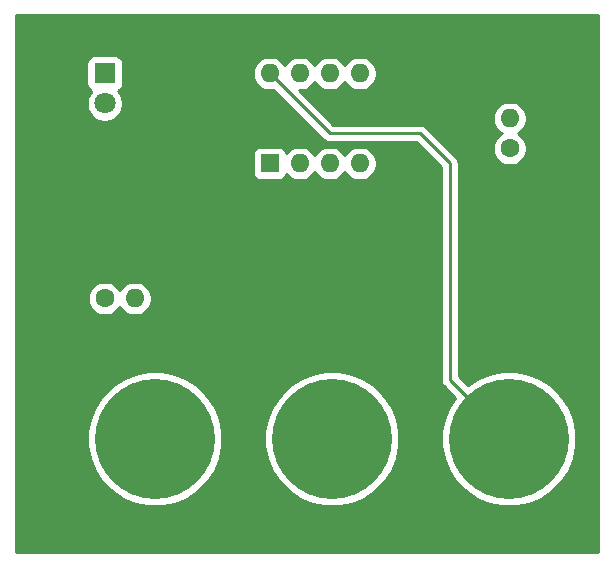
<source format=gbr>
%TF.GenerationSoftware,KiCad,Pcbnew,(5.1.10-1-10_14)*%
%TF.CreationDate,2022-02-21T01:09:15+09:00*%
%TF.ProjectId,SS60,53533630-2e6b-4696-9361-645f70636258,rev?*%
%TF.SameCoordinates,Original*%
%TF.FileFunction,Copper,L2,Bot*%
%TF.FilePolarity,Positive*%
%FSLAX46Y46*%
G04 Gerber Fmt 4.6, Leading zero omitted, Abs format (unit mm)*
G04 Created by KiCad (PCBNEW (5.1.10-1-10_14)) date 2022-02-21 01:09:15*
%MOMM*%
%LPD*%
G01*
G04 APERTURE LIST*
%TA.AperFunction,ComponentPad*%
%ADD10R,1.800000X1.800000*%
%TD*%
%TA.AperFunction,ComponentPad*%
%ADD11C,1.800000*%
%TD*%
%TA.AperFunction,ComponentPad*%
%ADD12C,10.160000*%
%TD*%
%TA.AperFunction,ComponentPad*%
%ADD13C,1.600000*%
%TD*%
%TA.AperFunction,ComponentPad*%
%ADD14O,1.600000X1.600000*%
%TD*%
%TA.AperFunction,ComponentPad*%
%ADD15R,1.600000X1.600000*%
%TD*%
%TA.AperFunction,Conductor*%
%ADD16C,0.250000*%
%TD*%
%TA.AperFunction,NonConductor*%
%ADD17C,0.254000*%
%TD*%
%TA.AperFunction,NonConductor*%
%ADD18C,0.100000*%
%TD*%
G04 APERTURE END LIST*
D10*
%TO.P,D1,1*%
%TO.N,/uCtoLED*%
X115570000Y-69850000D03*
D11*
%TO.P,D1,2*%
%TO.N,/LEDtoR*%
X115570000Y-72390000D03*
%TD*%
D12*
%TO.P,J1,1*%
%TO.N,VCC*%
X119825001Y-100775001D03*
%TO.P,J1,3*%
%TO.N,GND*%
X149795001Y-100775001D03*
%TO.P,J1,2*%
%TO.N,Net-(J1-Pad2)*%
X134815001Y-100775001D03*
%TD*%
D13*
%TO.P,R1,1*%
%TO.N,/LEDtoR*%
X115570000Y-88900000D03*
D14*
%TO.P,R1,2*%
%TO.N,VCC*%
X118110000Y-88900000D03*
%TD*%
%TO.P,R2,2*%
%TO.N,/INPUT*%
X149860000Y-73660000D03*
D13*
%TO.P,R2,1*%
%TO.N,Net-(J1-Pad2)*%
X149860000Y-76200000D03*
%TD*%
D15*
%TO.P,U1,1*%
%TO.N,VCC*%
X129540000Y-77470000D03*
D14*
%TO.P,U1,5*%
%TO.N,Net-(U1-Pad5)*%
X137160000Y-69850000D03*
%TO.P,U1,2*%
%TO.N,Net-(U1-Pad2)*%
X132080000Y-77470000D03*
%TO.P,U1,6*%
%TO.N,/INPUT*%
X134620000Y-69850000D03*
%TO.P,U1,3*%
%TO.N,Net-(U1-Pad3)*%
X134620000Y-77470000D03*
%TO.P,U1,7*%
%TO.N,/uCtoLED*%
X132080000Y-69850000D03*
%TO.P,U1,4*%
%TO.N,Net-(U1-Pad4)*%
X137160000Y-77470000D03*
%TO.P,U1,8*%
%TO.N,GND*%
X129540000Y-69850000D03*
%TD*%
D16*
%TO.N,GND*%
X129540000Y-69850000D02*
X134620000Y-74930000D01*
X134620000Y-74930000D02*
X142240000Y-74930000D01*
X142240000Y-74930000D02*
X144780000Y-77470000D01*
X144780000Y-95760000D02*
X149795001Y-100775001D01*
X144780000Y-77470000D02*
X144780000Y-95760000D01*
%TD*%
D17*
X157353000Y-110363000D02*
X108077000Y-110363000D01*
X108077000Y-100212123D01*
X114110001Y-100212123D01*
X114110001Y-101337879D01*
X114329626Y-102442005D01*
X114760434Y-103482068D01*
X115385871Y-104418101D01*
X116181901Y-105214131D01*
X117117934Y-105839568D01*
X118157997Y-106270376D01*
X119262123Y-106490001D01*
X120387879Y-106490001D01*
X121492005Y-106270376D01*
X122532068Y-105839568D01*
X123468101Y-105214131D01*
X124264131Y-104418101D01*
X124889568Y-103482068D01*
X125320376Y-102442005D01*
X125540001Y-101337879D01*
X125540001Y-100212123D01*
X129100001Y-100212123D01*
X129100001Y-101337879D01*
X129319626Y-102442005D01*
X129750434Y-103482068D01*
X130375871Y-104418101D01*
X131171901Y-105214131D01*
X132107934Y-105839568D01*
X133147997Y-106270376D01*
X134252123Y-106490001D01*
X135377879Y-106490001D01*
X136482005Y-106270376D01*
X137522068Y-105839568D01*
X138458101Y-105214131D01*
X139254131Y-104418101D01*
X139879568Y-103482068D01*
X140310376Y-102442005D01*
X140530001Y-101337879D01*
X140530001Y-100212123D01*
X140310376Y-99107997D01*
X139879568Y-98067934D01*
X139254131Y-97131901D01*
X138458101Y-96335871D01*
X137522068Y-95710434D01*
X136482005Y-95279626D01*
X135377879Y-95060001D01*
X134252123Y-95060001D01*
X133147997Y-95279626D01*
X132107934Y-95710434D01*
X131171901Y-96335871D01*
X130375871Y-97131901D01*
X129750434Y-98067934D01*
X129319626Y-99107997D01*
X129100001Y-100212123D01*
X125540001Y-100212123D01*
X125320376Y-99107997D01*
X124889568Y-98067934D01*
X124264131Y-97131901D01*
X123468101Y-96335871D01*
X122532068Y-95710434D01*
X121492005Y-95279626D01*
X120387879Y-95060001D01*
X119262123Y-95060001D01*
X118157997Y-95279626D01*
X117117934Y-95710434D01*
X116181901Y-96335871D01*
X115385871Y-97131901D01*
X114760434Y-98067934D01*
X114329626Y-99107997D01*
X114110001Y-100212123D01*
X108077000Y-100212123D01*
X108077000Y-88758665D01*
X114135000Y-88758665D01*
X114135000Y-89041335D01*
X114190147Y-89318574D01*
X114298320Y-89579727D01*
X114455363Y-89814759D01*
X114655241Y-90014637D01*
X114890273Y-90171680D01*
X115151426Y-90279853D01*
X115428665Y-90335000D01*
X115711335Y-90335000D01*
X115988574Y-90279853D01*
X116249727Y-90171680D01*
X116484759Y-90014637D01*
X116684637Y-89814759D01*
X116840000Y-89582241D01*
X116995363Y-89814759D01*
X117195241Y-90014637D01*
X117430273Y-90171680D01*
X117691426Y-90279853D01*
X117968665Y-90335000D01*
X118251335Y-90335000D01*
X118528574Y-90279853D01*
X118789727Y-90171680D01*
X119024759Y-90014637D01*
X119224637Y-89814759D01*
X119381680Y-89579727D01*
X119489853Y-89318574D01*
X119545000Y-89041335D01*
X119545000Y-88758665D01*
X119489853Y-88481426D01*
X119381680Y-88220273D01*
X119224637Y-87985241D01*
X119024759Y-87785363D01*
X118789727Y-87628320D01*
X118528574Y-87520147D01*
X118251335Y-87465000D01*
X117968665Y-87465000D01*
X117691426Y-87520147D01*
X117430273Y-87628320D01*
X117195241Y-87785363D01*
X116995363Y-87985241D01*
X116840000Y-88217759D01*
X116684637Y-87985241D01*
X116484759Y-87785363D01*
X116249727Y-87628320D01*
X115988574Y-87520147D01*
X115711335Y-87465000D01*
X115428665Y-87465000D01*
X115151426Y-87520147D01*
X114890273Y-87628320D01*
X114655241Y-87785363D01*
X114455363Y-87985241D01*
X114298320Y-88220273D01*
X114190147Y-88481426D01*
X114135000Y-88758665D01*
X108077000Y-88758665D01*
X108077000Y-76670000D01*
X128101928Y-76670000D01*
X128101928Y-78270000D01*
X128114188Y-78394482D01*
X128150498Y-78514180D01*
X128209463Y-78624494D01*
X128288815Y-78721185D01*
X128385506Y-78800537D01*
X128495820Y-78859502D01*
X128615518Y-78895812D01*
X128740000Y-78908072D01*
X130340000Y-78908072D01*
X130464482Y-78895812D01*
X130584180Y-78859502D01*
X130694494Y-78800537D01*
X130791185Y-78721185D01*
X130870537Y-78624494D01*
X130929502Y-78514180D01*
X130965812Y-78394482D01*
X130966643Y-78386039D01*
X131165241Y-78584637D01*
X131400273Y-78741680D01*
X131661426Y-78849853D01*
X131938665Y-78905000D01*
X132221335Y-78905000D01*
X132498574Y-78849853D01*
X132759727Y-78741680D01*
X132994759Y-78584637D01*
X133194637Y-78384759D01*
X133350000Y-78152241D01*
X133505363Y-78384759D01*
X133705241Y-78584637D01*
X133940273Y-78741680D01*
X134201426Y-78849853D01*
X134478665Y-78905000D01*
X134761335Y-78905000D01*
X135038574Y-78849853D01*
X135299727Y-78741680D01*
X135534759Y-78584637D01*
X135734637Y-78384759D01*
X135890000Y-78152241D01*
X136045363Y-78384759D01*
X136245241Y-78584637D01*
X136480273Y-78741680D01*
X136741426Y-78849853D01*
X137018665Y-78905000D01*
X137301335Y-78905000D01*
X137578574Y-78849853D01*
X137839727Y-78741680D01*
X138074759Y-78584637D01*
X138274637Y-78384759D01*
X138431680Y-78149727D01*
X138539853Y-77888574D01*
X138595000Y-77611335D01*
X138595000Y-77328665D01*
X138539853Y-77051426D01*
X138431680Y-76790273D01*
X138274637Y-76555241D01*
X138074759Y-76355363D01*
X137839727Y-76198320D01*
X137578574Y-76090147D01*
X137301335Y-76035000D01*
X137018665Y-76035000D01*
X136741426Y-76090147D01*
X136480273Y-76198320D01*
X136245241Y-76355363D01*
X136045363Y-76555241D01*
X135890000Y-76787759D01*
X135734637Y-76555241D01*
X135534759Y-76355363D01*
X135299727Y-76198320D01*
X135038574Y-76090147D01*
X134761335Y-76035000D01*
X134478665Y-76035000D01*
X134201426Y-76090147D01*
X133940273Y-76198320D01*
X133705241Y-76355363D01*
X133505363Y-76555241D01*
X133350000Y-76787759D01*
X133194637Y-76555241D01*
X132994759Y-76355363D01*
X132759727Y-76198320D01*
X132498574Y-76090147D01*
X132221335Y-76035000D01*
X131938665Y-76035000D01*
X131661426Y-76090147D01*
X131400273Y-76198320D01*
X131165241Y-76355363D01*
X130966643Y-76553961D01*
X130965812Y-76545518D01*
X130929502Y-76425820D01*
X130870537Y-76315506D01*
X130791185Y-76218815D01*
X130694494Y-76139463D01*
X130584180Y-76080498D01*
X130464482Y-76044188D01*
X130340000Y-76031928D01*
X128740000Y-76031928D01*
X128615518Y-76044188D01*
X128495820Y-76080498D01*
X128385506Y-76139463D01*
X128288815Y-76218815D01*
X128209463Y-76315506D01*
X128150498Y-76425820D01*
X128114188Y-76545518D01*
X128101928Y-76670000D01*
X108077000Y-76670000D01*
X108077000Y-68950000D01*
X114031928Y-68950000D01*
X114031928Y-70750000D01*
X114044188Y-70874482D01*
X114080498Y-70994180D01*
X114139463Y-71104494D01*
X114218815Y-71201185D01*
X114315506Y-71280537D01*
X114425820Y-71339502D01*
X114444127Y-71345056D01*
X114377688Y-71411495D01*
X114209701Y-71662905D01*
X114093989Y-71942257D01*
X114035000Y-72238816D01*
X114035000Y-72541184D01*
X114093989Y-72837743D01*
X114209701Y-73117095D01*
X114377688Y-73368505D01*
X114591495Y-73582312D01*
X114842905Y-73750299D01*
X115122257Y-73866011D01*
X115418816Y-73925000D01*
X115721184Y-73925000D01*
X116017743Y-73866011D01*
X116297095Y-73750299D01*
X116548505Y-73582312D01*
X116762312Y-73368505D01*
X116930299Y-73117095D01*
X117046011Y-72837743D01*
X117105000Y-72541184D01*
X117105000Y-72238816D01*
X117046011Y-71942257D01*
X116930299Y-71662905D01*
X116762312Y-71411495D01*
X116695873Y-71345056D01*
X116714180Y-71339502D01*
X116824494Y-71280537D01*
X116921185Y-71201185D01*
X117000537Y-71104494D01*
X117059502Y-70994180D01*
X117095812Y-70874482D01*
X117108072Y-70750000D01*
X117108072Y-69708665D01*
X128105000Y-69708665D01*
X128105000Y-69991335D01*
X128160147Y-70268574D01*
X128268320Y-70529727D01*
X128425363Y-70764759D01*
X128625241Y-70964637D01*
X128860273Y-71121680D01*
X129121426Y-71229853D01*
X129398665Y-71285000D01*
X129681335Y-71285000D01*
X129863887Y-71248688D01*
X134056200Y-75441002D01*
X134079999Y-75470001D01*
X134108997Y-75493799D01*
X134195723Y-75564974D01*
X134327753Y-75635546D01*
X134471014Y-75679003D01*
X134582667Y-75690000D01*
X134582677Y-75690000D01*
X134620000Y-75693676D01*
X134657323Y-75690000D01*
X141925199Y-75690000D01*
X144020000Y-77784803D01*
X144020001Y-95722667D01*
X144016324Y-95760000D01*
X144030998Y-95908985D01*
X144074454Y-96052246D01*
X144145026Y-96184276D01*
X144216201Y-96271002D01*
X144240000Y-96300001D01*
X144268998Y-96323799D01*
X145244211Y-97299012D01*
X144730434Y-98067934D01*
X144299626Y-99107997D01*
X144080001Y-100212123D01*
X144080001Y-101337879D01*
X144299626Y-102442005D01*
X144730434Y-103482068D01*
X145355871Y-104418101D01*
X146151901Y-105214131D01*
X147087934Y-105839568D01*
X148127997Y-106270376D01*
X149232123Y-106490001D01*
X150357879Y-106490001D01*
X151462005Y-106270376D01*
X152502068Y-105839568D01*
X153438101Y-105214131D01*
X154234131Y-104418101D01*
X154859568Y-103482068D01*
X155290376Y-102442005D01*
X155510001Y-101337879D01*
X155510001Y-100212123D01*
X155290376Y-99107997D01*
X154859568Y-98067934D01*
X154234131Y-97131901D01*
X153438101Y-96335871D01*
X152502068Y-95710434D01*
X151462005Y-95279626D01*
X150357879Y-95060001D01*
X149232123Y-95060001D01*
X148127997Y-95279626D01*
X147087934Y-95710434D01*
X146319012Y-96224211D01*
X145540000Y-95445199D01*
X145540000Y-77507322D01*
X145543676Y-77469999D01*
X145540000Y-77432676D01*
X145540000Y-77432667D01*
X145529003Y-77321014D01*
X145485546Y-77177753D01*
X145414974Y-77045724D01*
X145401811Y-77029685D01*
X145343799Y-76958996D01*
X145343795Y-76958992D01*
X145320001Y-76929999D01*
X145291009Y-76906206D01*
X142803804Y-74419003D01*
X142780001Y-74389999D01*
X142664276Y-74295026D01*
X142532247Y-74224454D01*
X142388986Y-74180997D01*
X142277333Y-74170000D01*
X142277322Y-74170000D01*
X142240000Y-74166324D01*
X142202678Y-74170000D01*
X134934802Y-74170000D01*
X134283467Y-73518665D01*
X148425000Y-73518665D01*
X148425000Y-73801335D01*
X148480147Y-74078574D01*
X148588320Y-74339727D01*
X148745363Y-74574759D01*
X148945241Y-74774637D01*
X149177759Y-74930000D01*
X148945241Y-75085363D01*
X148745363Y-75285241D01*
X148588320Y-75520273D01*
X148480147Y-75781426D01*
X148425000Y-76058665D01*
X148425000Y-76341335D01*
X148480147Y-76618574D01*
X148588320Y-76879727D01*
X148745363Y-77114759D01*
X148945241Y-77314637D01*
X149180273Y-77471680D01*
X149441426Y-77579853D01*
X149718665Y-77635000D01*
X150001335Y-77635000D01*
X150278574Y-77579853D01*
X150539727Y-77471680D01*
X150774759Y-77314637D01*
X150974637Y-77114759D01*
X151131680Y-76879727D01*
X151239853Y-76618574D01*
X151295000Y-76341335D01*
X151295000Y-76058665D01*
X151239853Y-75781426D01*
X151131680Y-75520273D01*
X150974637Y-75285241D01*
X150774759Y-75085363D01*
X150542241Y-74930000D01*
X150774759Y-74774637D01*
X150974637Y-74574759D01*
X151131680Y-74339727D01*
X151239853Y-74078574D01*
X151295000Y-73801335D01*
X151295000Y-73518665D01*
X151239853Y-73241426D01*
X151131680Y-72980273D01*
X150974637Y-72745241D01*
X150774759Y-72545363D01*
X150539727Y-72388320D01*
X150278574Y-72280147D01*
X150001335Y-72225000D01*
X149718665Y-72225000D01*
X149441426Y-72280147D01*
X149180273Y-72388320D01*
X148945241Y-72545363D01*
X148745363Y-72745241D01*
X148588320Y-72980273D01*
X148480147Y-73241426D01*
X148425000Y-73518665D01*
X134283467Y-73518665D01*
X132049801Y-71285000D01*
X132221335Y-71285000D01*
X132498574Y-71229853D01*
X132759727Y-71121680D01*
X132994759Y-70964637D01*
X133194637Y-70764759D01*
X133350000Y-70532241D01*
X133505363Y-70764759D01*
X133705241Y-70964637D01*
X133940273Y-71121680D01*
X134201426Y-71229853D01*
X134478665Y-71285000D01*
X134761335Y-71285000D01*
X135038574Y-71229853D01*
X135299727Y-71121680D01*
X135534759Y-70964637D01*
X135734637Y-70764759D01*
X135890000Y-70532241D01*
X136045363Y-70764759D01*
X136245241Y-70964637D01*
X136480273Y-71121680D01*
X136741426Y-71229853D01*
X137018665Y-71285000D01*
X137301335Y-71285000D01*
X137578574Y-71229853D01*
X137839727Y-71121680D01*
X138074759Y-70964637D01*
X138274637Y-70764759D01*
X138431680Y-70529727D01*
X138539853Y-70268574D01*
X138595000Y-69991335D01*
X138595000Y-69708665D01*
X138539853Y-69431426D01*
X138431680Y-69170273D01*
X138274637Y-68935241D01*
X138074759Y-68735363D01*
X137839727Y-68578320D01*
X137578574Y-68470147D01*
X137301335Y-68415000D01*
X137018665Y-68415000D01*
X136741426Y-68470147D01*
X136480273Y-68578320D01*
X136245241Y-68735363D01*
X136045363Y-68935241D01*
X135890000Y-69167759D01*
X135734637Y-68935241D01*
X135534759Y-68735363D01*
X135299727Y-68578320D01*
X135038574Y-68470147D01*
X134761335Y-68415000D01*
X134478665Y-68415000D01*
X134201426Y-68470147D01*
X133940273Y-68578320D01*
X133705241Y-68735363D01*
X133505363Y-68935241D01*
X133350000Y-69167759D01*
X133194637Y-68935241D01*
X132994759Y-68735363D01*
X132759727Y-68578320D01*
X132498574Y-68470147D01*
X132221335Y-68415000D01*
X131938665Y-68415000D01*
X131661426Y-68470147D01*
X131400273Y-68578320D01*
X131165241Y-68735363D01*
X130965363Y-68935241D01*
X130810000Y-69167759D01*
X130654637Y-68935241D01*
X130454759Y-68735363D01*
X130219727Y-68578320D01*
X129958574Y-68470147D01*
X129681335Y-68415000D01*
X129398665Y-68415000D01*
X129121426Y-68470147D01*
X128860273Y-68578320D01*
X128625241Y-68735363D01*
X128425363Y-68935241D01*
X128268320Y-69170273D01*
X128160147Y-69431426D01*
X128105000Y-69708665D01*
X117108072Y-69708665D01*
X117108072Y-68950000D01*
X117095812Y-68825518D01*
X117059502Y-68705820D01*
X117000537Y-68595506D01*
X116921185Y-68498815D01*
X116824494Y-68419463D01*
X116714180Y-68360498D01*
X116594482Y-68324188D01*
X116470000Y-68311928D01*
X114670000Y-68311928D01*
X114545518Y-68324188D01*
X114425820Y-68360498D01*
X114315506Y-68419463D01*
X114218815Y-68498815D01*
X114139463Y-68595506D01*
X114080498Y-68705820D01*
X114044188Y-68825518D01*
X114031928Y-68950000D01*
X108077000Y-68950000D01*
X108077000Y-64897000D01*
X157353000Y-64897000D01*
X157353000Y-110363000D01*
%TA.AperFunction,NonConductor*%
D18*
G36*
X157353000Y-110363000D02*
G01*
X108077000Y-110363000D01*
X108077000Y-100212123D01*
X114110001Y-100212123D01*
X114110001Y-101337879D01*
X114329626Y-102442005D01*
X114760434Y-103482068D01*
X115385871Y-104418101D01*
X116181901Y-105214131D01*
X117117934Y-105839568D01*
X118157997Y-106270376D01*
X119262123Y-106490001D01*
X120387879Y-106490001D01*
X121492005Y-106270376D01*
X122532068Y-105839568D01*
X123468101Y-105214131D01*
X124264131Y-104418101D01*
X124889568Y-103482068D01*
X125320376Y-102442005D01*
X125540001Y-101337879D01*
X125540001Y-100212123D01*
X129100001Y-100212123D01*
X129100001Y-101337879D01*
X129319626Y-102442005D01*
X129750434Y-103482068D01*
X130375871Y-104418101D01*
X131171901Y-105214131D01*
X132107934Y-105839568D01*
X133147997Y-106270376D01*
X134252123Y-106490001D01*
X135377879Y-106490001D01*
X136482005Y-106270376D01*
X137522068Y-105839568D01*
X138458101Y-105214131D01*
X139254131Y-104418101D01*
X139879568Y-103482068D01*
X140310376Y-102442005D01*
X140530001Y-101337879D01*
X140530001Y-100212123D01*
X140310376Y-99107997D01*
X139879568Y-98067934D01*
X139254131Y-97131901D01*
X138458101Y-96335871D01*
X137522068Y-95710434D01*
X136482005Y-95279626D01*
X135377879Y-95060001D01*
X134252123Y-95060001D01*
X133147997Y-95279626D01*
X132107934Y-95710434D01*
X131171901Y-96335871D01*
X130375871Y-97131901D01*
X129750434Y-98067934D01*
X129319626Y-99107997D01*
X129100001Y-100212123D01*
X125540001Y-100212123D01*
X125320376Y-99107997D01*
X124889568Y-98067934D01*
X124264131Y-97131901D01*
X123468101Y-96335871D01*
X122532068Y-95710434D01*
X121492005Y-95279626D01*
X120387879Y-95060001D01*
X119262123Y-95060001D01*
X118157997Y-95279626D01*
X117117934Y-95710434D01*
X116181901Y-96335871D01*
X115385871Y-97131901D01*
X114760434Y-98067934D01*
X114329626Y-99107997D01*
X114110001Y-100212123D01*
X108077000Y-100212123D01*
X108077000Y-88758665D01*
X114135000Y-88758665D01*
X114135000Y-89041335D01*
X114190147Y-89318574D01*
X114298320Y-89579727D01*
X114455363Y-89814759D01*
X114655241Y-90014637D01*
X114890273Y-90171680D01*
X115151426Y-90279853D01*
X115428665Y-90335000D01*
X115711335Y-90335000D01*
X115988574Y-90279853D01*
X116249727Y-90171680D01*
X116484759Y-90014637D01*
X116684637Y-89814759D01*
X116840000Y-89582241D01*
X116995363Y-89814759D01*
X117195241Y-90014637D01*
X117430273Y-90171680D01*
X117691426Y-90279853D01*
X117968665Y-90335000D01*
X118251335Y-90335000D01*
X118528574Y-90279853D01*
X118789727Y-90171680D01*
X119024759Y-90014637D01*
X119224637Y-89814759D01*
X119381680Y-89579727D01*
X119489853Y-89318574D01*
X119545000Y-89041335D01*
X119545000Y-88758665D01*
X119489853Y-88481426D01*
X119381680Y-88220273D01*
X119224637Y-87985241D01*
X119024759Y-87785363D01*
X118789727Y-87628320D01*
X118528574Y-87520147D01*
X118251335Y-87465000D01*
X117968665Y-87465000D01*
X117691426Y-87520147D01*
X117430273Y-87628320D01*
X117195241Y-87785363D01*
X116995363Y-87985241D01*
X116840000Y-88217759D01*
X116684637Y-87985241D01*
X116484759Y-87785363D01*
X116249727Y-87628320D01*
X115988574Y-87520147D01*
X115711335Y-87465000D01*
X115428665Y-87465000D01*
X115151426Y-87520147D01*
X114890273Y-87628320D01*
X114655241Y-87785363D01*
X114455363Y-87985241D01*
X114298320Y-88220273D01*
X114190147Y-88481426D01*
X114135000Y-88758665D01*
X108077000Y-88758665D01*
X108077000Y-76670000D01*
X128101928Y-76670000D01*
X128101928Y-78270000D01*
X128114188Y-78394482D01*
X128150498Y-78514180D01*
X128209463Y-78624494D01*
X128288815Y-78721185D01*
X128385506Y-78800537D01*
X128495820Y-78859502D01*
X128615518Y-78895812D01*
X128740000Y-78908072D01*
X130340000Y-78908072D01*
X130464482Y-78895812D01*
X130584180Y-78859502D01*
X130694494Y-78800537D01*
X130791185Y-78721185D01*
X130870537Y-78624494D01*
X130929502Y-78514180D01*
X130965812Y-78394482D01*
X130966643Y-78386039D01*
X131165241Y-78584637D01*
X131400273Y-78741680D01*
X131661426Y-78849853D01*
X131938665Y-78905000D01*
X132221335Y-78905000D01*
X132498574Y-78849853D01*
X132759727Y-78741680D01*
X132994759Y-78584637D01*
X133194637Y-78384759D01*
X133350000Y-78152241D01*
X133505363Y-78384759D01*
X133705241Y-78584637D01*
X133940273Y-78741680D01*
X134201426Y-78849853D01*
X134478665Y-78905000D01*
X134761335Y-78905000D01*
X135038574Y-78849853D01*
X135299727Y-78741680D01*
X135534759Y-78584637D01*
X135734637Y-78384759D01*
X135890000Y-78152241D01*
X136045363Y-78384759D01*
X136245241Y-78584637D01*
X136480273Y-78741680D01*
X136741426Y-78849853D01*
X137018665Y-78905000D01*
X137301335Y-78905000D01*
X137578574Y-78849853D01*
X137839727Y-78741680D01*
X138074759Y-78584637D01*
X138274637Y-78384759D01*
X138431680Y-78149727D01*
X138539853Y-77888574D01*
X138595000Y-77611335D01*
X138595000Y-77328665D01*
X138539853Y-77051426D01*
X138431680Y-76790273D01*
X138274637Y-76555241D01*
X138074759Y-76355363D01*
X137839727Y-76198320D01*
X137578574Y-76090147D01*
X137301335Y-76035000D01*
X137018665Y-76035000D01*
X136741426Y-76090147D01*
X136480273Y-76198320D01*
X136245241Y-76355363D01*
X136045363Y-76555241D01*
X135890000Y-76787759D01*
X135734637Y-76555241D01*
X135534759Y-76355363D01*
X135299727Y-76198320D01*
X135038574Y-76090147D01*
X134761335Y-76035000D01*
X134478665Y-76035000D01*
X134201426Y-76090147D01*
X133940273Y-76198320D01*
X133705241Y-76355363D01*
X133505363Y-76555241D01*
X133350000Y-76787759D01*
X133194637Y-76555241D01*
X132994759Y-76355363D01*
X132759727Y-76198320D01*
X132498574Y-76090147D01*
X132221335Y-76035000D01*
X131938665Y-76035000D01*
X131661426Y-76090147D01*
X131400273Y-76198320D01*
X131165241Y-76355363D01*
X130966643Y-76553961D01*
X130965812Y-76545518D01*
X130929502Y-76425820D01*
X130870537Y-76315506D01*
X130791185Y-76218815D01*
X130694494Y-76139463D01*
X130584180Y-76080498D01*
X130464482Y-76044188D01*
X130340000Y-76031928D01*
X128740000Y-76031928D01*
X128615518Y-76044188D01*
X128495820Y-76080498D01*
X128385506Y-76139463D01*
X128288815Y-76218815D01*
X128209463Y-76315506D01*
X128150498Y-76425820D01*
X128114188Y-76545518D01*
X128101928Y-76670000D01*
X108077000Y-76670000D01*
X108077000Y-68950000D01*
X114031928Y-68950000D01*
X114031928Y-70750000D01*
X114044188Y-70874482D01*
X114080498Y-70994180D01*
X114139463Y-71104494D01*
X114218815Y-71201185D01*
X114315506Y-71280537D01*
X114425820Y-71339502D01*
X114444127Y-71345056D01*
X114377688Y-71411495D01*
X114209701Y-71662905D01*
X114093989Y-71942257D01*
X114035000Y-72238816D01*
X114035000Y-72541184D01*
X114093989Y-72837743D01*
X114209701Y-73117095D01*
X114377688Y-73368505D01*
X114591495Y-73582312D01*
X114842905Y-73750299D01*
X115122257Y-73866011D01*
X115418816Y-73925000D01*
X115721184Y-73925000D01*
X116017743Y-73866011D01*
X116297095Y-73750299D01*
X116548505Y-73582312D01*
X116762312Y-73368505D01*
X116930299Y-73117095D01*
X117046011Y-72837743D01*
X117105000Y-72541184D01*
X117105000Y-72238816D01*
X117046011Y-71942257D01*
X116930299Y-71662905D01*
X116762312Y-71411495D01*
X116695873Y-71345056D01*
X116714180Y-71339502D01*
X116824494Y-71280537D01*
X116921185Y-71201185D01*
X117000537Y-71104494D01*
X117059502Y-70994180D01*
X117095812Y-70874482D01*
X117108072Y-70750000D01*
X117108072Y-69708665D01*
X128105000Y-69708665D01*
X128105000Y-69991335D01*
X128160147Y-70268574D01*
X128268320Y-70529727D01*
X128425363Y-70764759D01*
X128625241Y-70964637D01*
X128860273Y-71121680D01*
X129121426Y-71229853D01*
X129398665Y-71285000D01*
X129681335Y-71285000D01*
X129863887Y-71248688D01*
X134056200Y-75441002D01*
X134079999Y-75470001D01*
X134108997Y-75493799D01*
X134195723Y-75564974D01*
X134327753Y-75635546D01*
X134471014Y-75679003D01*
X134582667Y-75690000D01*
X134582677Y-75690000D01*
X134620000Y-75693676D01*
X134657323Y-75690000D01*
X141925199Y-75690000D01*
X144020000Y-77784803D01*
X144020001Y-95722667D01*
X144016324Y-95760000D01*
X144030998Y-95908985D01*
X144074454Y-96052246D01*
X144145026Y-96184276D01*
X144216201Y-96271002D01*
X144240000Y-96300001D01*
X144268998Y-96323799D01*
X145244211Y-97299012D01*
X144730434Y-98067934D01*
X144299626Y-99107997D01*
X144080001Y-100212123D01*
X144080001Y-101337879D01*
X144299626Y-102442005D01*
X144730434Y-103482068D01*
X145355871Y-104418101D01*
X146151901Y-105214131D01*
X147087934Y-105839568D01*
X148127997Y-106270376D01*
X149232123Y-106490001D01*
X150357879Y-106490001D01*
X151462005Y-106270376D01*
X152502068Y-105839568D01*
X153438101Y-105214131D01*
X154234131Y-104418101D01*
X154859568Y-103482068D01*
X155290376Y-102442005D01*
X155510001Y-101337879D01*
X155510001Y-100212123D01*
X155290376Y-99107997D01*
X154859568Y-98067934D01*
X154234131Y-97131901D01*
X153438101Y-96335871D01*
X152502068Y-95710434D01*
X151462005Y-95279626D01*
X150357879Y-95060001D01*
X149232123Y-95060001D01*
X148127997Y-95279626D01*
X147087934Y-95710434D01*
X146319012Y-96224211D01*
X145540000Y-95445199D01*
X145540000Y-77507322D01*
X145543676Y-77469999D01*
X145540000Y-77432676D01*
X145540000Y-77432667D01*
X145529003Y-77321014D01*
X145485546Y-77177753D01*
X145414974Y-77045724D01*
X145401811Y-77029685D01*
X145343799Y-76958996D01*
X145343795Y-76958992D01*
X145320001Y-76929999D01*
X145291009Y-76906206D01*
X142803804Y-74419003D01*
X142780001Y-74389999D01*
X142664276Y-74295026D01*
X142532247Y-74224454D01*
X142388986Y-74180997D01*
X142277333Y-74170000D01*
X142277322Y-74170000D01*
X142240000Y-74166324D01*
X142202678Y-74170000D01*
X134934802Y-74170000D01*
X134283467Y-73518665D01*
X148425000Y-73518665D01*
X148425000Y-73801335D01*
X148480147Y-74078574D01*
X148588320Y-74339727D01*
X148745363Y-74574759D01*
X148945241Y-74774637D01*
X149177759Y-74930000D01*
X148945241Y-75085363D01*
X148745363Y-75285241D01*
X148588320Y-75520273D01*
X148480147Y-75781426D01*
X148425000Y-76058665D01*
X148425000Y-76341335D01*
X148480147Y-76618574D01*
X148588320Y-76879727D01*
X148745363Y-77114759D01*
X148945241Y-77314637D01*
X149180273Y-77471680D01*
X149441426Y-77579853D01*
X149718665Y-77635000D01*
X150001335Y-77635000D01*
X150278574Y-77579853D01*
X150539727Y-77471680D01*
X150774759Y-77314637D01*
X150974637Y-77114759D01*
X151131680Y-76879727D01*
X151239853Y-76618574D01*
X151295000Y-76341335D01*
X151295000Y-76058665D01*
X151239853Y-75781426D01*
X151131680Y-75520273D01*
X150974637Y-75285241D01*
X150774759Y-75085363D01*
X150542241Y-74930000D01*
X150774759Y-74774637D01*
X150974637Y-74574759D01*
X151131680Y-74339727D01*
X151239853Y-74078574D01*
X151295000Y-73801335D01*
X151295000Y-73518665D01*
X151239853Y-73241426D01*
X151131680Y-72980273D01*
X150974637Y-72745241D01*
X150774759Y-72545363D01*
X150539727Y-72388320D01*
X150278574Y-72280147D01*
X150001335Y-72225000D01*
X149718665Y-72225000D01*
X149441426Y-72280147D01*
X149180273Y-72388320D01*
X148945241Y-72545363D01*
X148745363Y-72745241D01*
X148588320Y-72980273D01*
X148480147Y-73241426D01*
X148425000Y-73518665D01*
X134283467Y-73518665D01*
X132049801Y-71285000D01*
X132221335Y-71285000D01*
X132498574Y-71229853D01*
X132759727Y-71121680D01*
X132994759Y-70964637D01*
X133194637Y-70764759D01*
X133350000Y-70532241D01*
X133505363Y-70764759D01*
X133705241Y-70964637D01*
X133940273Y-71121680D01*
X134201426Y-71229853D01*
X134478665Y-71285000D01*
X134761335Y-71285000D01*
X135038574Y-71229853D01*
X135299727Y-71121680D01*
X135534759Y-70964637D01*
X135734637Y-70764759D01*
X135890000Y-70532241D01*
X136045363Y-70764759D01*
X136245241Y-70964637D01*
X136480273Y-71121680D01*
X136741426Y-71229853D01*
X137018665Y-71285000D01*
X137301335Y-71285000D01*
X137578574Y-71229853D01*
X137839727Y-71121680D01*
X138074759Y-70964637D01*
X138274637Y-70764759D01*
X138431680Y-70529727D01*
X138539853Y-70268574D01*
X138595000Y-69991335D01*
X138595000Y-69708665D01*
X138539853Y-69431426D01*
X138431680Y-69170273D01*
X138274637Y-68935241D01*
X138074759Y-68735363D01*
X137839727Y-68578320D01*
X137578574Y-68470147D01*
X137301335Y-68415000D01*
X137018665Y-68415000D01*
X136741426Y-68470147D01*
X136480273Y-68578320D01*
X136245241Y-68735363D01*
X136045363Y-68935241D01*
X135890000Y-69167759D01*
X135734637Y-68935241D01*
X135534759Y-68735363D01*
X135299727Y-68578320D01*
X135038574Y-68470147D01*
X134761335Y-68415000D01*
X134478665Y-68415000D01*
X134201426Y-68470147D01*
X133940273Y-68578320D01*
X133705241Y-68735363D01*
X133505363Y-68935241D01*
X133350000Y-69167759D01*
X133194637Y-68935241D01*
X132994759Y-68735363D01*
X132759727Y-68578320D01*
X132498574Y-68470147D01*
X132221335Y-68415000D01*
X131938665Y-68415000D01*
X131661426Y-68470147D01*
X131400273Y-68578320D01*
X131165241Y-68735363D01*
X130965363Y-68935241D01*
X130810000Y-69167759D01*
X130654637Y-68935241D01*
X130454759Y-68735363D01*
X130219727Y-68578320D01*
X129958574Y-68470147D01*
X129681335Y-68415000D01*
X129398665Y-68415000D01*
X129121426Y-68470147D01*
X128860273Y-68578320D01*
X128625241Y-68735363D01*
X128425363Y-68935241D01*
X128268320Y-69170273D01*
X128160147Y-69431426D01*
X128105000Y-69708665D01*
X117108072Y-69708665D01*
X117108072Y-68950000D01*
X117095812Y-68825518D01*
X117059502Y-68705820D01*
X117000537Y-68595506D01*
X116921185Y-68498815D01*
X116824494Y-68419463D01*
X116714180Y-68360498D01*
X116594482Y-68324188D01*
X116470000Y-68311928D01*
X114670000Y-68311928D01*
X114545518Y-68324188D01*
X114425820Y-68360498D01*
X114315506Y-68419463D01*
X114218815Y-68498815D01*
X114139463Y-68595506D01*
X114080498Y-68705820D01*
X114044188Y-68825518D01*
X114031928Y-68950000D01*
X108077000Y-68950000D01*
X108077000Y-64897000D01*
X157353000Y-64897000D01*
X157353000Y-110363000D01*
G37*
%TD.AperFunction*%
M02*

</source>
